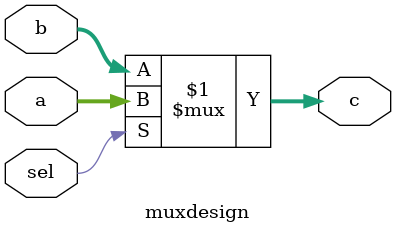
<source format=sv>
module muxdesign(
  input bit [3:0] a,
  input bit [3:0] b,
  input bit sel,
  output bit [3:0] c
  );
  
  assign c = sel ? a : b ;
  
endmodule

</source>
